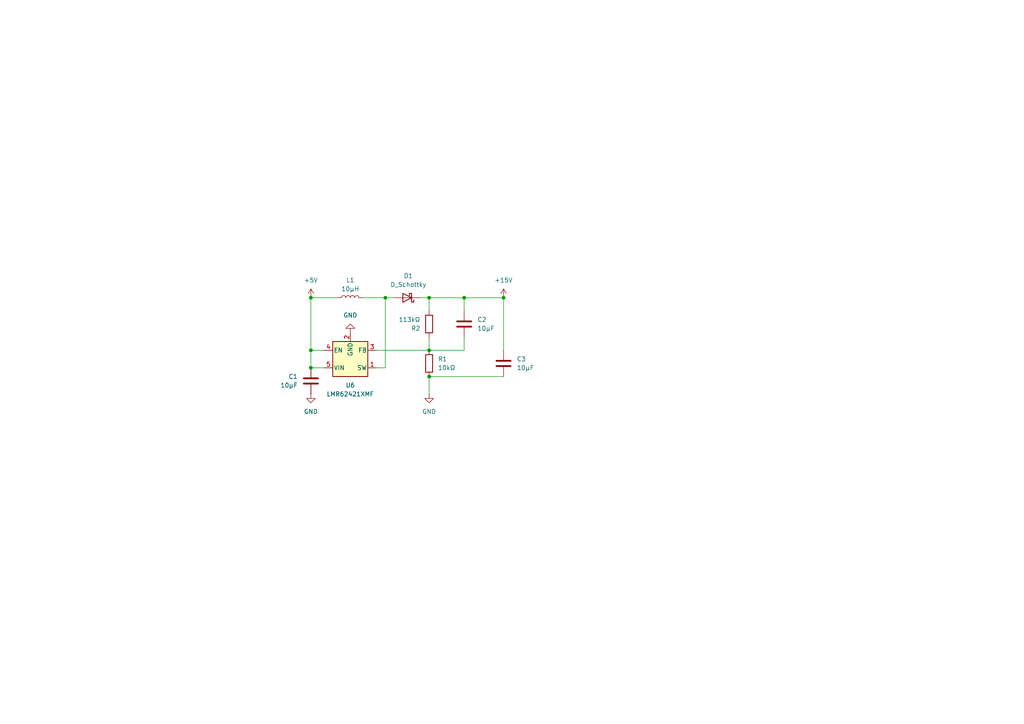
<source format=kicad_sch>
(kicad_sch (version 20250114) (generator "eeschema") (generator_version "9.0")
  (paper "A4")
  (lib_symbols
    (symbol "Device:C" (pin_numbers (hide yes)) (pin_names (offset 0.254))
      (property "Reference" "C" (at 0.635 2.54 0))
      (property "Value" "C" (at 0.635 -2.54 0))
      (symbol "C_0_1"
        (polyline (pts (xy -2.032 0.762) (xy 2.032 0.762)) (stroke (width 0.508)))
        (polyline (pts (xy -2.032 -0.762) (xy 2.032 -0.762)) (stroke (width 0.508)))
      )
      (symbol "C_1_1"
        (pin passive line (at 0 3.81 270) (length 2.794) (name "~") (number "1"))
        (pin passive line (at 0 -3.81 90) (length 2.794) (name "~") (number "2"))
      )
    )
    (symbol "Device:D_Schottky" (pin_numbers (hide yes)) (pin_names (offset 1.016) (hide yes))
      (property "Reference" "D" (at 0 2.54 0))
      (property "Value" "D_Schottky" (at 0 -2.54 0))
      (symbol "D_Schottky_0_1"
        (polyline (pts (xy -1.905 0.635) (xy -1.905 1.27) (xy -1.27 1.27) (xy -1.27 -1.27) (xy -0.635 -1.27) (xy -0.635 -0.635)) (stroke (width 0.254)))
        (polyline (pts (xy 1.27 1.27) (xy 1.27 -1.27) (xy -1.27 0) (xy 1.27 1.27)) (stroke (width 0.254)))
        (polyline (pts (xy 1.27 0) (xy -1.27 0)))
      )
      (symbol "D_Schottky_1_1"
        (pin passive line (at -3.81 0 0) (length 2.54) (name "K") (number "1"))
        (pin passive line (at 3.81 0 180) (length 2.54) (name "A") (number "2"))
      )
    )
    (symbol "Device:L" (pin_numbers (hide yes)) (pin_names (offset 1.016) (hide yes))
      (property "Reference" "L" (at -1.27 0 90))
      (property "Value" "L" (at 1.905 0 90))
      (symbol "L_0_1"
        (arc (start 0 2.54) (mid 0.6323 1.905) (end 0 1.27))
        (arc (start 0 1.27) (mid 0.6323 0.635) (end 0 0))
        (arc (start 0 0) (mid 0.6323 -0.635) (end 0 -1.27))
        (arc (start 0 -1.27) (mid 0.6323 -1.905) (end 0 -2.54))
      )
      (symbol "L_1_1"
        (pin passive line (at 0 3.81 270) (length 1.27) (name "1") (number "1"))
        (pin passive line (at 0 -3.81 90) (length 1.27) (name "2") (number "2"))
      )
    )
    (symbol "Device:R" (pin_numbers (hide yes)) (pin_names (offset 0))
      (property "Reference" "R" (at 2.032 0 90))
      (property "Value" "R" (at 0 0 90))
      (symbol "R_0_1"
        (rectangle (start -1.016 -2.54) (end 1.016 2.54) (stroke (width 0.254)))
      )
      (symbol "R_1_1"
        (pin passive line (at 0 3.81 270) (length 1.27) (name "~") (number "1"))
        (pin passive line (at 0 -3.81 90) (length 1.27) (name "~") (number "2"))
      )
    )
    (symbol "Regulator_Switching:LMR62421XMF" (pin_names (offset 0.254))
      (property "Reference" "U" (at -5.08 6.35 0))
      (property "Value" "LMR62421XMF" (at 0 6.35 0))
      (symbol "LMR62421XMF_0_1"
        (rectangle (start -5.08 5.08) (end 5.08 -5.08) (stroke (width 0.254)) (fill (type background)))
      )
      (symbol "LMR62421XMF_1_1"
        (pin input line (at -7.62 2.54 0) (length 2.54) (name "VIN") (number "5"))
        (pin input line (at -7.62 -2.54 0) (length 2.54) (name "EN") (number "4"))
        (pin power_in line (at 0 -7.62 90) (length 2.54) (name "GND") (number "2"))
        (pin output line (at 7.62 2.54 180) (length 2.54) (name "SW") (number "1"))
        (pin input line (at 7.62 -2.54 180) (length 2.54) (name "FB") (number "3"))
      )
    )
    (symbol "power:+15V" (power) (pin_numbers (hide yes)) (pin_names (offset 0) (hide yes))
      (property "Value" "+15V" (at 0 3.556 0))
      (symbol "+15V_0_1"
        (polyline (pts (xy -0.762 1.27) (xy 0 2.54)))
        (polyline (pts (xy 0 2.54) (xy 0.762 1.27)))
        (polyline (pts (xy 0 0) (xy 0 2.54)))
      )
      (symbol "+15V_1_1"
        (pin power_in line (at 0 0 90) (length 0) (name "~") (number "1"))
      )
    )
    (symbol "power:+5V" (power) (pin_numbers (hide yes)) (pin_names (offset 0) (hide yes))
      (property "Value" "+5V" (at 0 3.556 0))
      (symbol "+5V_0_1"
        (polyline (pts (xy -0.762 1.27) (xy 0 2.54)))
        (polyline (pts (xy 0 2.54) (xy 0.762 1.27)))
        (polyline (pts (xy 0 0) (xy 0 2.54)))
      )
      (symbol "+5V_1_1"
        (pin power_in line (at 0 0 90) (length 0) (name "~") (number "1"))
      )
    )
    (symbol "power:GND" (power) (pin_numbers (hide yes)) (pin_names (offset 0) (hide yes))
      (property "Value" "GND" (at 0 -3.81 0))
      (symbol "GND_0_1"
        (polyline (pts (xy 0 0) (xy 0 -1.27) (xy 1.27 -1.27) (xy 0 -2.54) (xy -1.27 -1.27) (xy 0 -1.27)))
      )
      (symbol "GND_1_1"
        (pin power_in line (at 0 0 270) (length 0) (name "~") (number "1"))
      )
    )
  )
  (junction (at 124.46 101.6))
  (junction (at 90.17 101.6))
  (junction (at 124.46 109.22))
  (junction (at 146.05 86.36))
  (junction (at 124.46 86.36))
  (junction (at 90.17 86.36))
  (junction (at 134.62 86.36))
  (junction (at 90.17 106.68))
  (junction (at 111.76 86.36))
  (wire (pts (xy 134.62 86.36) (xy 146.05 86.36)))
  (wire (pts (xy 90.17 86.36) (xy 90.17 101.6)))
  (wire (pts (xy 90.17 101.6) (xy 90.17 106.68)))
  (wire (pts (xy 90.17 101.6) (xy 93.98 101.6)))
  (wire (pts (xy 134.62 86.36) (xy 134.62 90.17)))
  (wire (pts (xy 124.46 101.6) (xy 134.62 101.6)))
  (wire (pts (xy 134.62 97.79) (xy 134.62 101.6)))
  (wire (pts (xy 121.92 86.36) (xy 124.46 86.36)))
  (wire (pts (xy 146.05 86.36) (xy 146.05 101.6)))
  (wire (pts (xy 105.41 86.36) (xy 111.76 86.36)))
  (wire (pts (xy 90.17 86.36) (xy 97.79 86.36)))
  (wire (pts (xy 124.46 109.22) (xy 146.05 109.22)))
  (wire (pts (xy 109.22 106.68) (xy 111.76 106.68)))
  (wire (pts (xy 124.46 86.36) (xy 134.62 86.36)))
  (wire (pts (xy 109.22 101.6) (xy 124.46 101.6)))
  (wire (pts (xy 124.46 97.79) (xy 124.46 101.6)))
  (wire (pts (xy 111.76 86.36) (xy 111.76 106.68)))
  (wire (pts (xy 124.46 109.22) (xy 124.46 114.3)))
  (wire (pts (xy 124.46 86.36) (xy 124.46 90.17)))
  (wire (pts (xy 111.76 86.36) (xy 114.3 86.36)))
  (wire (pts (xy 90.17 106.68) (xy 93.98 106.68)))
  (symbol (lib_id "power:GND") (at 124.46 114.3 0) (unit 1)
    (property "Reference" "#PWR014" (effects (hide yes)))
    (property "Value" "GND" (at 124.46 119.38 0))
    (property "Description" "Power symbol creates a global label with name \"GND\" , ground" (effects (hide yes)))
  )
  (symbol (lib_id "Device:C") (at 90.17 110.49 0) (mirror y) (unit 1)
    (property "Reference" "C1" (at 86.36 109.2199 0) (effects (justify left)))
    (property "Value" "10µF" (at 86.36 111.7599 0) (effects (justify left)))
    (property "Footprint" "Capacitor_THT:CP_Radial_D10.0mm_P5.00mm" (effects (hide yes)))
    (property "Description" "Unpolarized capacitor" (effects (hide yes)))
    (property "URL" "https://www.digikey.com/en/products/detail/chemi-con/KTD500B106K55A0T00/26236477?s=N4IgjCBcpgLFoDGUBmBDANgZwKYBoQB7KAbRACYBmADgHYaQBdAgBwBcoQBlNgJwEsAdgHMQAXwLkADLACcCEMkjps%2BIqXBSABAFaAYk1YdIIAKqD%2BbAPIoAsjjRYArrxziJFDQCU0AE36YWrYAMgDCoVpMYkA" (effects (hide yes)))
  )
  (symbol (lib_id "power:GND") (at 101.6 96.52 180) (unit 1)
    (property "Reference" "#PWR012" (effects (hide yes)))
    (property "Value" "GND" (at 101.6 91.44 0))
    (property "Description" "Power symbol creates a global label with name \"GND\" , ground" (effects (hide yes)))
  )
  (symbol (lib_id "Device:C") (at 146.05 105.41 0) (unit 1)
    (property "Reference" "C3" (at 149.86 104.1399 0) (effects (justify left)))
    (property "Value" "10µF" (at 149.86 106.6799 0) (effects (justify left)))
    (property "Footprint" "Capacitor_THT:CP_Radial_D10.0mm_P5.00mm" (effects (hide yes)))
    (property "Description" "Unpolarized capacitor" (effects (hide yes)))
    (property "URL" "https://www.digikey.com/en/products/detail/chemi-con/KTD500B106K55A0T00/26236477?s=N4IgjCBcpgLFoDGUBmBDANgZwKYBoQB7KAbRACYBmADgHYaQBdAgBwBcoQBlNgJwEsAdgHMQAXwLkADLACcCEMkjps%2BIqXBSABAFaAYk1YdIIAKqD%2BbAPIoAsjjRYArrxziJFDQCU0AE36YWrYAMgDCoVpMYkA" (effects (hide yes)))
  )
  (symbol (lib_id "power:GND") (at 90.17 114.3 0) (unit 1)
    (property "Reference" "#PWR01" (effects (hide yes)))
    (property "Value" "GND" (at 90.17 119.38 0))
    (property "Description" "Power symbol creates a global label with name \"GND\" , ground" (effects (hide yes)))
  )
  (symbol (lib_id "Device:C") (at 134.62 93.98 0) (unit 1)
    (property "Reference" "C2" (at 138.43 92.7099 0) (effects (justify left)))
    (property "Value" "10µF" (at 138.43 95.2499 0) (effects (justify left)))
    (property "Footprint" "Capacitor_THT:CP_Radial_D10.0mm_P5.00mm" (effects (hide yes)))
    (property "Description" "Unpolarized capacitor" (effects (hide yes)))
    (property "URL" "https://www.digikey.com/en/products/detail/chemi-con/KTD500B106K55A0T00/26236477?s=N4IgjCBcpgLFoDGUBmBDANgZwKYBoQB7KAbRACYBmADgHYaQBdAgBwBcoQBlNgJwEsAdgHMQAXwLkADLACcCEMkjps%2BIqXBSABAFaAYk1YdIIAKqD%2BbAPIoAsjjRYArrxziJFDQCU0AE36YWrYAMgDCoVpMYkA" (effects (hide yes)))
  )
  (symbol (lib_id "power:+5V") (at 90.17 86.36 0) (unit 1)
    (property "Reference" "#PWR011" (effects (hide yes)))
    (property "Value" "+5V" (at 90.17 81.28 0))
    (property "Description" "Power symbol creates a global label with name \"+5V\"" (effects (hide yes)))
  )
  (symbol (lib_id "Device:R") (at 124.46 93.98 180) (unit 1)
    (property "Reference" "R2" (at 121.92 95.2501 0) (effects (justify left)))
    (property "Value" "113kΩ" (at 121.92 92.7101 0) (effects (justify left)))
    (property "Footprint" "Resistor_THT:R_Axial_DIN0207_L6.3mm_D2.5mm_P7.62mm_Horizontal" (effects (hide yes)))
    (property "Description" "Resistor" (effects (hide yes)))
    (property "URL" "https://www.digikey.com/en/products/detail/stackpole-electronics-inc/RNF14FTD113K/1706605" (effects (hide yes)))
  )
  (symbol (lib_id "Device:L") (at 101.6 86.36 90) (unit 1)
    (property "Reference" "L1" (at 101.6 81.28 90))
    (property "Value" "10µH" (at 101.6 83.82 90))
    (property "Footprint" "Inductor_THT:L_Radial_D7.5mm_P5.00mm_Fastron_07P" (effects (hide yes)))
    (property "Description" "Inductor" (effects (hide yes)))
    (property "URL" "https://www.digikey.com/en/products/detail/kemet/SBC1-100-172/5819230?s=N4IgjCBcoGwJxVAYygMwIYBsDOBTANCAPZQDaIALGGABxwDsIAuoQA4AuUIAyuwE4BLAHYBzEAF9CYAExgE0ECkgYcBYmRABWTQAYqzNp0g9%2BwsZJDSdNRgqUq8hEpHJgdAAgCtACQMgOXACqQgLsAPKoALK46NgArny4EoQAtNKIilD8cWrO5JrMFinyyFl8OU4aAMwgUoUW6S4gwgAmcUjsRHyFQA" (effects (hide yes)))
  )
  (symbol (lib_id "Device:R") (at 124.46 105.41 0) (unit 1)
    (property "Reference" "R1" (at 127 104.1399 0) (effects (justify left)))
    (property "Value" "10kΩ" (at 127 106.6799 0) (effects (justify left)))
    (property "Footprint" "Resistor_THT:R_Axial_DIN0207_L6.3mm_D2.5mm_P7.62mm_Horizontal" (effects (hide yes)))
    (property "Description" "Resistor" (effects (hide yes)))
    (property "URL" "https://www.digikey.com/en/products/detail/stackpole-electronics-inc/RNF14BTE10K0/1682687" (effects (hide yes)))
  )
  (symbol (lib_id "Device:D_Schottky") (at 118.11 86.36 180) (unit 1)
    (property "Reference" "D1" (at 118.4275 80.01 0))
    (property "Value" "D_Schottky" (at 118.4275 82.55 0))
    (property "Footprint" "Diode_SMD:D_SMA_Handsoldering" (effects (hide yes)))
    (property "Description" "Schottky diode" (effects (hide yes)))
    (property "URL" "https://www.digikey.com/en/products/detail/vishay-general-semiconductor-diodes-division/SS14-M3-5AT/8284146?gclsrc=aw.ds&gad_source=1&gad_campaignid=17336967819&gbraid=0AAAAADrbLlj2CXHop2HUjncvpLcx0Z7Uk&gclid=Cj0KCQiAoZDJBhC0ARIsAERP-F9MFFOTjPR5qQRh5PMYc4MKOdmBUnrokVSMmIMgiSVYdkA3f6bSOAoaAhUCEALw_wcB" (effects (hide yes)))
  )
  (symbol (lib_id "power:+15V") (at 146.05 86.36 0) (unit 1)
    (property "Reference" "#PWR013" (effects (hide yes)))
    (property "Value" "+15V" (at 146.05 81.28 0))
    (property "Description" "Power symbol creates a global label with name \"+15V\"" (effects (hide yes)))
  )
  (symbol (lib_id "Regulator_Switching:LMR62421XMF") (at 101.6 104.14 0) (mirror x) (unit 1)
    (property "Reference" "U6" (at 101.6 111.76 0))
    (property "Value" "LMR62421XMF" (at 101.6 114.3 0))
    (property "Footprint" "Package_TO_SOT_SMD:SOT-23-5" (effects (hide yes)))
    (property "Datasheet" "http://www.ti.com/lit/ds/symlink/lmr62421.pdf" (effects (hide yes)))
    (property "Description" "2.1A, 24Vout Boost/SEPIC Voltage Regulator, 1.6MHz Frequency, SOT-23-5" (effects (hide yes)))
    (property "URL" "https://www.digikey.com/en/products/detail/texas-instruments/LMR62421XMF-NOPB/3179258" (effects (hide yes)))
  )
)
</source>
